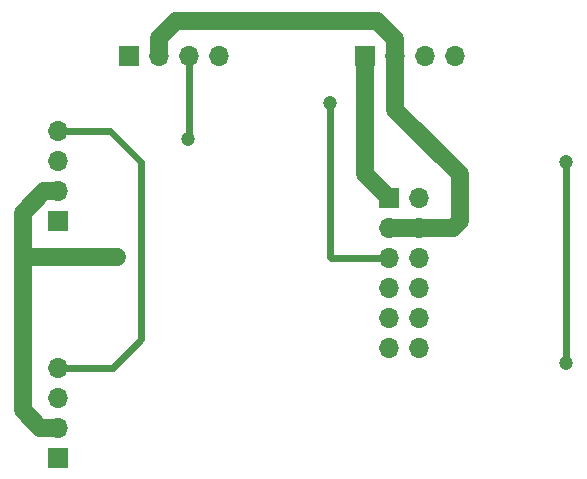
<source format=gbr>
%TF.GenerationSoftware,KiCad,Pcbnew,9.0.0*%
%TF.CreationDate,2025-03-24T14:11:43-07:00*%
%TF.ProjectId,SMRRC_PacketSerial,534d5252-435f-4506-9163-6b6574536572,n/c*%
%TF.SameCoordinates,Original*%
%TF.FileFunction,Copper,L2,Bot*%
%TF.FilePolarity,Positive*%
%FSLAX46Y46*%
G04 Gerber Fmt 4.6, Leading zero omitted, Abs format (unit mm)*
G04 Created by KiCad (PCBNEW 9.0.0) date 2025-03-24 14:11:43*
%MOMM*%
%LPD*%
G01*
G04 APERTURE LIST*
%TA.AperFunction,ComponentPad*%
%ADD10R,1.700000X1.700000*%
%TD*%
%TA.AperFunction,ComponentPad*%
%ADD11O,1.700000X1.700000*%
%TD*%
%TA.AperFunction,ViaPad*%
%ADD12C,1.200000*%
%TD*%
%TA.AperFunction,Conductor*%
%ADD13C,0.600000*%
%TD*%
%TA.AperFunction,Conductor*%
%ADD14C,1.500000*%
%TD*%
G04 APERTURE END LIST*
D10*
%TO.P,J5,1,Pin_1*%
%TO.N,+12V*%
X133000000Y-67000000D03*
D11*
%TO.P,J5,2,Pin_2*%
X135540000Y-67000000D03*
%TO.P,J5,3,Pin_3*%
%TO.N,GND*%
X133000000Y-69540000D03*
%TO.P,J5,4,Pin_4*%
X135540000Y-69540000D03*
%TO.P,J5,5,Pin_5*%
%TO.N,TX*%
X133000000Y-72080000D03*
%TO.P,J5,6,Pin_6*%
%TO.N,RX*%
X135540000Y-72080000D03*
%TO.P,J5,7,Pin_7*%
%TO.N,unconnected-(J5-Pin_7-Pad7)*%
X133000000Y-74620000D03*
%TO.P,J5,8,Pin_8*%
%TO.N,unconnected-(J5-Pin_8-Pad8)*%
X135540000Y-74620000D03*
%TO.P,J5,9,Pin_9*%
%TO.N,unconnected-(J5-Pin_9-Pad9)*%
X133000000Y-77160000D03*
%TO.P,J5,10,Pin_10*%
%TO.N,unconnected-(J5-Pin_10-Pad10)*%
X135540000Y-77160000D03*
%TO.P,J5,11,Pin_11*%
%TO.N,unconnected-(J5-Pin_11-Pad11)*%
X133000000Y-79700000D03*
%TO.P,J5,12,Pin_12*%
%TO.N,unconnected-(J5-Pin_12-Pad12)*%
X135540000Y-79700000D03*
%TD*%
D10*
%TO.P,J4,1,Pin_1*%
%TO.N,+12V*%
X105000000Y-69000000D03*
D11*
%TO.P,J4,2,Pin_2*%
%TO.N,GND*%
X105000000Y-66460000D03*
%TO.P,J4,3,Pin_3*%
%TO.N,Net-(D4-K)*%
X105000000Y-63920000D03*
%TO.P,J4,4,Pin_4*%
%TO.N,TX*%
X105000000Y-61380000D03*
%TD*%
D10*
%TO.P,J3,1,Pin_1*%
%TO.N,+12V*%
X105000000Y-89000000D03*
D11*
%TO.P,J3,2,Pin_2*%
%TO.N,GND*%
X105000000Y-86460000D03*
%TO.P,J3,3,Pin_3*%
%TO.N,Net-(D3-K)*%
X105000000Y-83920000D03*
%TO.P,J3,4,Pin_4*%
%TO.N,TX*%
X105000000Y-81380000D03*
%TD*%
D10*
%TO.P,J2,1,Pin_1*%
%TO.N,+12V*%
X131000000Y-55000000D03*
D11*
%TO.P,J2,2,Pin_2*%
%TO.N,GND*%
X133540000Y-55000000D03*
%TO.P,J2,3,Pin_3*%
%TO.N,Net-(D2-K)*%
X136080000Y-55000000D03*
%TO.P,J2,4,Pin_4*%
%TO.N,TX*%
X138620000Y-55000000D03*
%TD*%
D10*
%TO.P,J1,1,Pin_1*%
%TO.N,+12V*%
X111000000Y-55000000D03*
D11*
%TO.P,J1,2,Pin_2*%
%TO.N,GND*%
X113540000Y-55000000D03*
%TO.P,J1,3,Pin_3*%
%TO.N,Net-(D1-K)*%
X116080000Y-55000000D03*
%TO.P,J1,4,Pin_4*%
%TO.N,TX*%
X118620000Y-55000000D03*
%TD*%
D12*
%TO.N,Net-(D1-K)*%
X116000000Y-62000000D03*
%TO.N,Net-(D4-K)*%
X148000000Y-64000000D03*
X148000000Y-81000000D03*
%TO.N,TX*%
X128000000Y-59000000D03*
%TO.N,GND*%
X110000000Y-72000000D03*
%TD*%
D13*
%TO.N,Net-(D1-K)*%
X116080000Y-55000000D02*
X116080000Y-61920000D01*
X116080000Y-61920000D02*
X116000000Y-62000000D01*
%TO.N,Net-(D4-K)*%
X148000000Y-64000000D02*
X148000000Y-81000000D01*
%TO.N,TX*%
X105000000Y-81380000D02*
X109620000Y-81380000D01*
X112000000Y-64000000D02*
X109380000Y-61380000D01*
X109620000Y-81380000D02*
X112000000Y-79000000D01*
X112000000Y-79000000D02*
X112000000Y-64000000D01*
X109380000Y-61380000D02*
X105000000Y-61380000D01*
X133000000Y-72080000D02*
X128080000Y-72080000D01*
X128080000Y-72080000D02*
X128000000Y-72000000D01*
X128000000Y-72000000D02*
X128000000Y-59000000D01*
D14*
%TO.N,GND*%
X102000000Y-68257919D02*
X102000000Y-72000000D01*
X102000000Y-72000000D02*
X110000000Y-72000000D01*
X135540000Y-69540000D02*
X133000000Y-69540000D01*
X133540000Y-55000000D02*
X133540000Y-59540000D01*
X133540000Y-59540000D02*
X139000000Y-65000000D01*
X139000000Y-65000000D02*
X139000000Y-69000000D01*
X139000000Y-69000000D02*
X138460000Y-69540000D01*
X138460000Y-69540000D02*
X135540000Y-69540000D01*
%TO.N,+12V*%
X131000000Y-55000000D02*
X131000000Y-65000000D01*
X131000000Y-65000000D02*
X133000000Y-67000000D01*
%TO.N,GND*%
X113540000Y-55000000D02*
X113540000Y-53460000D01*
X113540000Y-53460000D02*
X115000000Y-52000000D01*
X115000000Y-52000000D02*
X132000000Y-52000000D01*
X132000000Y-52000000D02*
X133540000Y-53540000D01*
X133540000Y-53540000D02*
X133540000Y-55000000D01*
X105000000Y-66460000D02*
X103797919Y-66460000D01*
X103797919Y-66460000D02*
X102000000Y-68257919D01*
X102000000Y-72000000D02*
X102000000Y-85000000D01*
X102000000Y-85000000D02*
X103460000Y-86460000D01*
X103460000Y-86460000D02*
X105000000Y-86460000D01*
%TD*%
M02*

</source>
